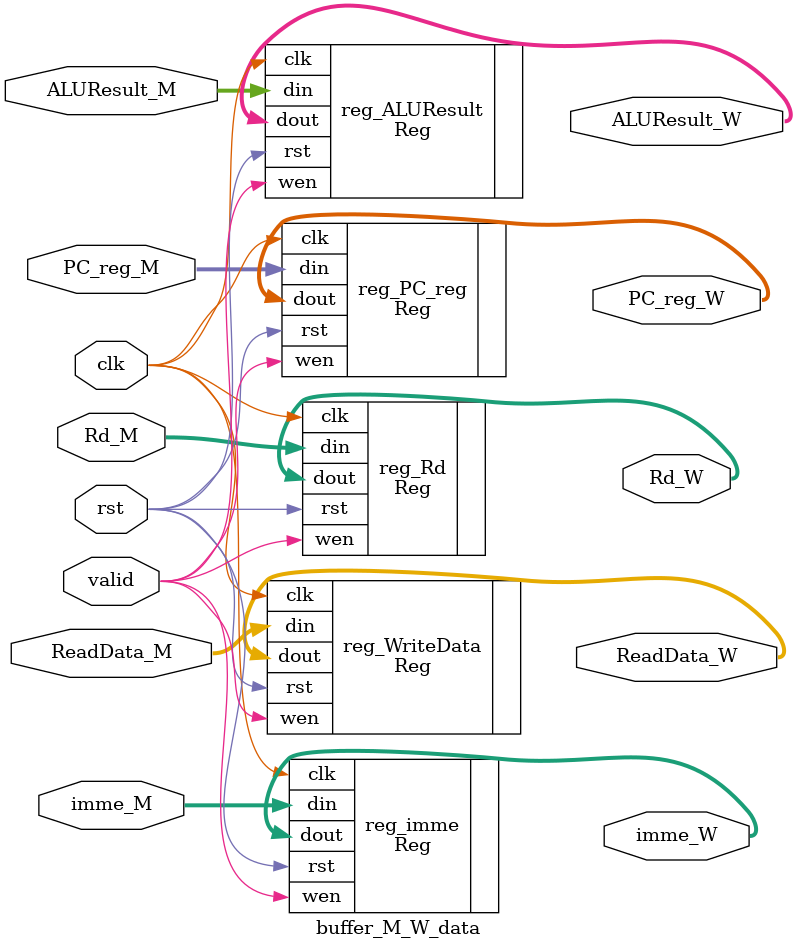
<source format=v>
`timescale 1ns / 1ps
module buffer_F_D_data(
        input clk,
        input rst,
        input [31:0] instr_F,
        input [31:0] PC_reg_F,
        input valid,
        output [31:0] instr_D,
        output [31:0] PC_reg_D
    );

    Reg #(32, 0) reg_instr (
            .clk(clk),
            .rst(rst),
            .din(instr_F),
            .dout(instr_D),
            .wen(valid)
        );

    Reg #(32, 0) reg_PC_reg (
            .clk(clk),
            .rst(rst),
            .din(PC_reg_F),
            .dout(PC_reg_D),
            .wen(valid)
        );



endmodule

module buffer_D_E_data(
        input clk,
        input rst,
        input [31:0] PC_reg_D,
        input [31:0] imme_D,
        input [31:0] rdata1_D,
        input [31:0] rdata2_D,
        input [4:0] Rd_D,
        input [4:0] Rs1_D,
        input [4:0] Rs2_D,
        input valid,
        output [31:0] PC_reg_E,
        output [31:0] imme_E,
        output [31:0] rdata1_E,
        output [31:0] rdata2_E,
        output [4:0] Rd_E,
        output [4:0] Rs1_E,
        output [4:0] Rs2_E
    );

    Reg #(32, 0) reg_PC_reg(
            .clk(clk),
            .rst(rst),
            .din(PC_reg_D),
            .dout(PC_reg_E),
            .wen(valid)
        );
    Reg #(32, 0) reg_imme(
            .clk(clk),
            .rst(rst),
            .din(imme_D),
            .dout(imme_E),
            .wen(valid)
        );
    Reg #(32, 0) reg_Rs1(
            .clk(clk),
            .rst(rst),
            .din(rdata1_D),
            .dout(rdata1_E),
            .wen(valid)
        );
    Reg #(32, 0) reg_Rs2(
            .clk(clk),
            .rst(rst),
            .din(rdata2_D),
            .dout(rdata2_E),
            .wen(valid)
        );
    Reg #(5, 0) reg_Rd(
            .clk(clk),
            .rst(rst),
            .din(Rd_D),
            .dout(Rd_E),
            .wen(valid)
        );
    Reg #(5,0) reg_Rs1_a(
            .clk(clk),
            .rst(rst),
            .din(Rs1_D),
            .dout(Rs1_E),
            .wen(valid)
        );
    Reg #(5,0) reg_Rs2_a(
            .clk(clk),
            .rst(rst),
            .din(Rs2_D),
            .dout(Rs2_E),
            .wen(valid)
        );

endmodule

module buffer_E_M_data(
        input clk,
        input rst,
        input [31:0] ALUResult_E,
        input [31:0] WriteData_E,
        input [4:0] Rd_E,
        input [31:0] PC_reg_E,
        input valid,
        output [31:0] ALUResult_M,
        output [31:0] WriteData_M,
        output [4:0] Rd_M,
        output [31:0] PC_reg_M,
        input [31:0] imme_E,
        output [31:0] imme_M
    );
    Reg #(32, 0)reg_ALUResult(
            .clk(clk),
            .rst(rst),
            .din(ALUResult_E),
            .dout(ALUResult_M),
            .wen(valid)
        );
    Reg #(32, 0)reg_WriteData(
            .clk(clk),
            .rst(rst),
            .din(WriteData_E),
            .dout(WriteData_M),
            .wen(valid)
        );
    Reg #(5, 0) reg_Rd(
            .clk(clk),
            .rst(rst),
            .din(Rd_E),
            .dout(Rd_M),
            .wen(valid)
        );
    Reg #(32, 0) reg_PC_reg(
            .clk(clk),
            .rst(rst),
            .din(PC_reg_E),
            .dout(PC_reg_M),
            .wen(valid)
        );
    Reg #(32, 0) reg_imme(
            .clk(clk),
            .rst(rst),
            .din(imme_E),
            .dout(imme_M),
            .wen(valid)
        );

endmodule

module buffer_M_W_data(
    input clk,
    input rst,
    input [31:0] ALUResult_M,
    input [31:0] ReadData_M,
    input [31:0] PC_reg_M,
    input [4:0] Rd_M,
    input valid,
    output [31:0] ALUResult_W,
    output [31:0] ReadData_W,
    output [4:0] Rd_W,
    output [31:0] PC_reg_W,
    input [31:0] imme_M,
    output [31:0] imme_W
    );
    Reg #(32, 0) reg_ALUResult(
            .clk(clk),
            .rst(rst),
            .din(ALUResult_M),
            .dout(ALUResult_W),
            .wen(valid)
        );
    Reg #(32, 0) reg_WriteData(
            .clk(clk),
            .rst(rst),
            .din(ReadData_M),
            .dout(ReadData_W),
            .wen(valid)
        );
    Reg #(5, 0) reg_Rd(
            .clk(clk),
            .rst(rst),
            .din(Rd_M),
            .dout(Rd_W),
            .wen(valid)
        );
    Reg #(32, 32'h8000_0000) reg_PC_reg(
            .clk(clk),
            .rst(rst),
            .din(PC_reg_M),
            .dout(PC_reg_W),
            .wen(valid)
        );
    Reg #(32,0) reg_imme(
            .clk(clk),
            .rst(rst),
            .din(imme_M),
            .dout(imme_W),
            .wen(valid)
        );

endmodule

</source>
